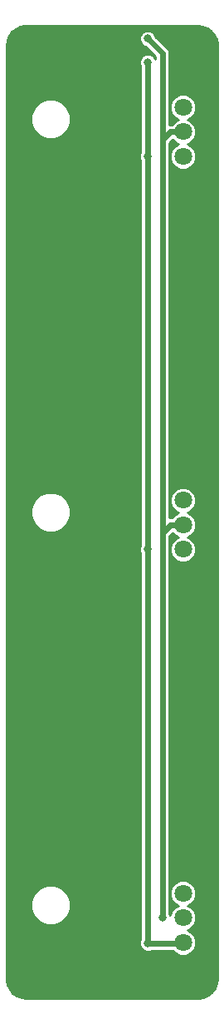
<source format=gbl>
G04 #@! TF.GenerationSoftware,KiCad,Pcbnew,(5.0.2)-1*
G04 #@! TF.CreationDate,2019-10-12T15:34:41+09:00*
G04 #@! TF.ProjectId,relay,72656c61-792e-46b6-9963-61645f706362,rev?*
G04 #@! TF.SameCoordinates,Original*
G04 #@! TF.FileFunction,Copper,L2,Bot*
G04 #@! TF.FilePolarity,Positive*
%FSLAX46Y46*%
G04 Gerber Fmt 4.6, Leading zero omitted, Abs format (unit mm)*
G04 Created by KiCad (PCBNEW (5.0.2)-1) date 2019/10/12 15:34:41*
%MOMM*%
%LPD*%
G01*
G04 APERTURE LIST*
G04 #@! TA.AperFunction,ComponentPad*
%ADD10R,1.800000X1.800000*%
G04 #@! TD*
G04 #@! TA.AperFunction,ComponentPad*
%ADD11C,1.800000*%
G04 #@! TD*
G04 #@! TA.AperFunction,ViaPad*
%ADD12C,0.800000*%
G04 #@! TD*
G04 #@! TA.AperFunction,Conductor*
%ADD13C,0.600000*%
G04 #@! TD*
G04 #@! TA.AperFunction,Conductor*
%ADD14C,0.254000*%
G04 #@! TD*
G04 APERTURE END LIST*
D10*
G04 #@! TO.P,J1,1*
G04 #@! TO.N,GND*
X158500000Y-91300000D03*
D11*
G04 #@! TO.P,J1,2*
G04 #@! TO.N,VCC*
X158500000Y-93800000D03*
G04 #@! TO.P,J1,3*
G04 #@! TO.N,/CANH*
X158500000Y-96300000D03*
G04 #@! TO.P,J1,4*
G04 #@! TO.N,/CANL*
X158500000Y-98800000D03*
G04 #@! TD*
G04 #@! TO.P,J2,4*
G04 #@! TO.N,/CANL*
X158500000Y-58800000D03*
G04 #@! TO.P,J2,3*
G04 #@! TO.N,/CANH*
X158500000Y-56300000D03*
G04 #@! TO.P,J2,2*
G04 #@! TO.N,VCC*
X158500000Y-53800000D03*
D10*
G04 #@! TO.P,J2,1*
G04 #@! TO.N,GND*
X158500000Y-51300000D03*
G04 #@! TD*
G04 #@! TO.P,J3,1*
G04 #@! TO.N,GND*
X158500000Y-131300000D03*
D11*
G04 #@! TO.P,J3,2*
G04 #@! TO.N,VCC*
X158500000Y-133800000D03*
G04 #@! TO.P,J3,3*
G04 #@! TO.N,/CANH*
X158500000Y-136300000D03*
G04 #@! TO.P,J3,4*
G04 #@! TO.N,/CANL*
X158500000Y-138800000D03*
G04 #@! TD*
D12*
G04 #@! TO.N,GND*
X142500000Y-140000000D03*
X142500000Y-137500000D03*
X142500000Y-135000000D03*
X142500000Y-132500000D03*
X142500000Y-130000000D03*
X142500000Y-127500000D03*
X145000000Y-130000000D03*
X145000000Y-127500000D03*
X145000000Y-125000000D03*
X142500000Y-125000000D03*
X142500000Y-122500000D03*
X145000000Y-122500000D03*
X145000000Y-120000000D03*
X142500000Y-120000000D03*
X142500000Y-117500000D03*
X145000000Y-117500000D03*
X145000000Y-115000000D03*
X142500000Y-115000000D03*
X142500000Y-112500000D03*
X145000000Y-112500000D03*
X145000000Y-110000000D03*
X142500000Y-110000000D03*
X142500000Y-107500000D03*
X145000000Y-107500000D03*
X145000000Y-105000000D03*
X142500000Y-105000000D03*
X142500000Y-102500000D03*
X145000000Y-102500000D03*
X145000000Y-100000000D03*
X142500000Y-100000000D03*
X142500000Y-97500000D03*
X145000000Y-97500000D03*
X145000000Y-132500000D03*
X145000000Y-70000000D03*
X145000000Y-75000000D03*
X145000000Y-62500000D03*
X145000000Y-82500000D03*
X142500000Y-80000000D03*
X145000000Y-60000000D03*
X142500000Y-75000000D03*
X142500000Y-72500000D03*
X145000000Y-72500000D03*
X142500000Y-85000000D03*
X145000000Y-87500000D03*
X145000000Y-80000000D03*
X145000000Y-85000000D03*
X145000000Y-77500000D03*
X145000000Y-65000000D03*
X142500000Y-62500000D03*
X142500000Y-77500000D03*
X142500000Y-90000000D03*
X142500000Y-82500000D03*
X142500000Y-87500000D03*
X145000000Y-67500000D03*
X142500000Y-70000000D03*
X142500000Y-65000000D03*
X145000000Y-90000000D03*
X142500000Y-67500000D03*
X142500000Y-92500000D03*
X142500000Y-60000000D03*
X145000000Y-57500000D03*
X145000000Y-92500000D03*
X142500000Y-57500000D03*
X152500000Y-87500000D03*
X152500000Y-65000000D03*
X152500000Y-62500000D03*
X152500000Y-75000000D03*
X152500000Y-70000000D03*
X152500000Y-82500000D03*
X152500000Y-67500000D03*
X152500000Y-85000000D03*
X152500000Y-72500000D03*
X152500000Y-77500000D03*
X152500000Y-80000000D03*
X152500000Y-60000000D03*
X152500000Y-57500000D03*
X152500000Y-90000000D03*
X152500000Y-110000000D03*
X152500000Y-107500000D03*
X152500000Y-105000000D03*
X152500000Y-102500000D03*
X152500000Y-122500000D03*
X152500000Y-112500000D03*
X152500000Y-125000000D03*
X152500000Y-117500000D03*
X152500000Y-127500000D03*
X152500000Y-115000000D03*
X152500000Y-120000000D03*
X152500000Y-130000000D03*
X152500000Y-100000000D03*
X152500000Y-97500000D03*
X152500000Y-137500000D03*
X157500000Y-47500000D03*
X157500000Y-62500000D03*
X157500000Y-65000000D03*
X157500000Y-67500000D03*
X157500000Y-70000000D03*
X157500000Y-72500000D03*
X157500000Y-75000000D03*
X157500000Y-77500000D03*
X157500000Y-80000000D03*
X157500000Y-82500000D03*
X157500000Y-85000000D03*
X157500000Y-87500000D03*
X157500000Y-102500000D03*
X157500000Y-105000000D03*
X157500000Y-107500000D03*
X157500000Y-110000000D03*
X157500000Y-112500000D03*
X157500000Y-115000000D03*
X157500000Y-117500000D03*
X157500000Y-120000000D03*
X157500000Y-122500000D03*
X157500000Y-125000000D03*
X157500000Y-127500000D03*
G04 #@! TO.N,/CANH*
X156400000Y-136300000D03*
X154900000Y-46800000D03*
G04 #@! TO.N,/CANL*
X154900000Y-138900000D03*
X154900000Y-49200000D03*
X154900000Y-98800000D03*
X154900000Y-58800000D03*
G04 #@! TD*
D13*
G04 #@! TO.N,/CANH*
X156400000Y-136300000D02*
X156400000Y-135734315D01*
X156400000Y-135734315D02*
X156400000Y-120000000D01*
X156400000Y-120000000D02*
X156400000Y-97600000D01*
X156400000Y-97600000D02*
X156400000Y-58400000D01*
X156400000Y-48300000D02*
X154900000Y-46800000D01*
X156400000Y-97127208D02*
X156400000Y-97600000D01*
X157227208Y-96300000D02*
X156400000Y-97127208D01*
X158500000Y-96300000D02*
X157227208Y-96300000D01*
X156400000Y-57127208D02*
X156400000Y-57300000D01*
X157227208Y-56300000D02*
X156400000Y-57127208D01*
X158500000Y-56300000D02*
X157227208Y-56300000D01*
X156400000Y-58400000D02*
X156400000Y-57300000D01*
X156400000Y-57300000D02*
X156400000Y-48300000D01*
G04 #@! TO.N,/CANL*
X158400000Y-138900000D02*
X158500000Y-138800000D01*
X154900000Y-138900000D02*
X158400000Y-138900000D01*
X154900000Y-138900000D02*
X154900000Y-49200000D01*
G04 #@! TD*
D14*
G04 #@! TO.N,GND*
G36*
X160495891Y-45568636D02*
X160960621Y-45752635D01*
X161364992Y-46046427D01*
X161683599Y-46431556D01*
X161896416Y-46883818D01*
X161994556Y-47398282D01*
X161998000Y-47507875D01*
X161998001Y-142468406D01*
X161931364Y-142995890D01*
X161747364Y-143460622D01*
X161453571Y-143864994D01*
X161068442Y-144183600D01*
X160616183Y-144396416D01*
X160101718Y-144494556D01*
X159992124Y-144498000D01*
X142531586Y-144498000D01*
X142004110Y-144431364D01*
X141539378Y-144247364D01*
X141135006Y-143953571D01*
X140816400Y-143568442D01*
X140603584Y-143116183D01*
X140505444Y-142601718D01*
X140502000Y-142492124D01*
X140502000Y-134596805D01*
X142973000Y-134596805D01*
X142973000Y-135403195D01*
X143281593Y-136148203D01*
X143851797Y-136718407D01*
X144596805Y-137027000D01*
X145403195Y-137027000D01*
X146148203Y-136718407D01*
X146718407Y-136148203D01*
X147027000Y-135403195D01*
X147027000Y-134596805D01*
X146718407Y-133851797D01*
X146148203Y-133281593D01*
X145403195Y-132973000D01*
X144596805Y-132973000D01*
X143851797Y-133281593D01*
X143281593Y-133851797D01*
X142973000Y-134596805D01*
X140502000Y-134596805D01*
X140502000Y-94596805D01*
X142973000Y-94596805D01*
X142973000Y-95403195D01*
X143281593Y-96148203D01*
X143851797Y-96718407D01*
X144596805Y-97027000D01*
X145403195Y-97027000D01*
X146148203Y-96718407D01*
X146718407Y-96148203D01*
X147027000Y-95403195D01*
X147027000Y-94596805D01*
X146718407Y-93851797D01*
X146148203Y-93281593D01*
X145403195Y-92973000D01*
X144596805Y-92973000D01*
X143851797Y-93281593D01*
X143281593Y-93851797D01*
X142973000Y-94596805D01*
X140502000Y-94596805D01*
X140502000Y-54596805D01*
X142973000Y-54596805D01*
X142973000Y-55403195D01*
X143281593Y-56148203D01*
X143851797Y-56718407D01*
X144596805Y-57027000D01*
X145403195Y-57027000D01*
X146148203Y-56718407D01*
X146718407Y-56148203D01*
X147027000Y-55403195D01*
X147027000Y-54596805D01*
X146718407Y-53851797D01*
X146148203Y-53281593D01*
X145403195Y-52973000D01*
X144596805Y-52973000D01*
X143851797Y-53281593D01*
X143281593Y-53851797D01*
X142973000Y-54596805D01*
X140502000Y-54596805D01*
X140502000Y-47531586D01*
X140568636Y-47004109D01*
X140714578Y-46635499D01*
X154073000Y-46635499D01*
X154073000Y-46964501D01*
X154198903Y-47268458D01*
X154431542Y-47501097D01*
X154672966Y-47601098D01*
X155673001Y-48601134D01*
X155673001Y-48905134D01*
X155601097Y-48731542D01*
X155368458Y-48498903D01*
X155064501Y-48373000D01*
X154735499Y-48373000D01*
X154431542Y-48498903D01*
X154198903Y-48731542D01*
X154073000Y-49035499D01*
X154073000Y-49364501D01*
X154173001Y-49605925D01*
X154173001Y-58394075D01*
X154073000Y-58635499D01*
X154073000Y-58964501D01*
X154173001Y-59205925D01*
X154173000Y-98394076D01*
X154073000Y-98635499D01*
X154073000Y-98964501D01*
X154173000Y-99205924D01*
X154173000Y-138494077D01*
X154073000Y-138735499D01*
X154073000Y-139064501D01*
X154198903Y-139368458D01*
X154431542Y-139601097D01*
X154735499Y-139727000D01*
X155064501Y-139727000D01*
X155305923Y-139627000D01*
X157450339Y-139627000D01*
X157748315Y-139924976D01*
X158236043Y-140127000D01*
X158763957Y-140127000D01*
X159251685Y-139924976D01*
X159624976Y-139551685D01*
X159827000Y-139063957D01*
X159827000Y-138536043D01*
X159624976Y-138048315D01*
X159251685Y-137675024D01*
X158949851Y-137550000D01*
X159251685Y-137424976D01*
X159624976Y-137051685D01*
X159827000Y-136563957D01*
X159827000Y-136036043D01*
X159624976Y-135548315D01*
X159251685Y-135175024D01*
X158949851Y-135050000D01*
X159251685Y-134924976D01*
X159624976Y-134551685D01*
X159827000Y-134063957D01*
X159827000Y-133536043D01*
X159624976Y-133048315D01*
X159251685Y-132675024D01*
X158763957Y-132473000D01*
X158236043Y-132473000D01*
X157748315Y-132675024D01*
X157375024Y-133048315D01*
X157173000Y-133536043D01*
X157173000Y-134063957D01*
X157375024Y-134551685D01*
X157748315Y-134924976D01*
X158050149Y-135050000D01*
X157748315Y-135175024D01*
X157375024Y-135548315D01*
X157179402Y-136020587D01*
X157127000Y-135894077D01*
X157127000Y-97428340D01*
X157439340Y-97116001D01*
X157748315Y-97424976D01*
X158050149Y-97550000D01*
X157748315Y-97675024D01*
X157375024Y-98048315D01*
X157173000Y-98536043D01*
X157173000Y-99063957D01*
X157375024Y-99551685D01*
X157748315Y-99924976D01*
X158236043Y-100127000D01*
X158763957Y-100127000D01*
X159251685Y-99924976D01*
X159624976Y-99551685D01*
X159827000Y-99063957D01*
X159827000Y-98536043D01*
X159624976Y-98048315D01*
X159251685Y-97675024D01*
X158949851Y-97550000D01*
X159251685Y-97424976D01*
X159624976Y-97051685D01*
X159827000Y-96563957D01*
X159827000Y-96036043D01*
X159624976Y-95548315D01*
X159251685Y-95175024D01*
X158949851Y-95050000D01*
X159251685Y-94924976D01*
X159624976Y-94551685D01*
X159827000Y-94063957D01*
X159827000Y-93536043D01*
X159624976Y-93048315D01*
X159251685Y-92675024D01*
X158763957Y-92473000D01*
X158236043Y-92473000D01*
X157748315Y-92675024D01*
X157375024Y-93048315D01*
X157173000Y-93536043D01*
X157173000Y-94063957D01*
X157375024Y-94551685D01*
X157748315Y-94924976D01*
X158050149Y-95050000D01*
X157748315Y-95175024D01*
X157375024Y-95548315D01*
X157364799Y-95573000D01*
X157298803Y-95573000D01*
X157227208Y-95558759D01*
X157155613Y-95573000D01*
X157155609Y-95573000D01*
X157127000Y-95578691D01*
X157127000Y-57428340D01*
X157439340Y-57116001D01*
X157748315Y-57424976D01*
X158050149Y-57550000D01*
X157748315Y-57675024D01*
X157375024Y-58048315D01*
X157173000Y-58536043D01*
X157173000Y-59063957D01*
X157375024Y-59551685D01*
X157748315Y-59924976D01*
X158236043Y-60127000D01*
X158763957Y-60127000D01*
X159251685Y-59924976D01*
X159624976Y-59551685D01*
X159827000Y-59063957D01*
X159827000Y-58536043D01*
X159624976Y-58048315D01*
X159251685Y-57675024D01*
X158949851Y-57550000D01*
X159251685Y-57424976D01*
X159624976Y-57051685D01*
X159827000Y-56563957D01*
X159827000Y-56036043D01*
X159624976Y-55548315D01*
X159251685Y-55175024D01*
X158949851Y-55050000D01*
X159251685Y-54924976D01*
X159624976Y-54551685D01*
X159827000Y-54063957D01*
X159827000Y-53536043D01*
X159624976Y-53048315D01*
X159251685Y-52675024D01*
X158763957Y-52473000D01*
X158236043Y-52473000D01*
X157748315Y-52675024D01*
X157375024Y-53048315D01*
X157173000Y-53536043D01*
X157173000Y-54063957D01*
X157375024Y-54551685D01*
X157748315Y-54924976D01*
X158050149Y-55050000D01*
X157748315Y-55175024D01*
X157375024Y-55548315D01*
X157364799Y-55573000D01*
X157298803Y-55573000D01*
X157227208Y-55558759D01*
X157155613Y-55573000D01*
X157155609Y-55573000D01*
X157127000Y-55578691D01*
X157127000Y-48371593D01*
X157141241Y-48299999D01*
X157127000Y-48228405D01*
X157127000Y-48228401D01*
X157084818Y-48016339D01*
X156924137Y-47775863D01*
X156863438Y-47735305D01*
X155701098Y-46572966D01*
X155601097Y-46331542D01*
X155368458Y-46098903D01*
X155064501Y-45973000D01*
X154735499Y-45973000D01*
X154431542Y-46098903D01*
X154198903Y-46331542D01*
X154073000Y-46635499D01*
X140714578Y-46635499D01*
X140752635Y-46539379D01*
X141046427Y-46135008D01*
X141431556Y-45816401D01*
X141883818Y-45603584D01*
X142398282Y-45505444D01*
X142507875Y-45502000D01*
X159968414Y-45502000D01*
X160495891Y-45568636D01*
X160495891Y-45568636D01*
G37*
X160495891Y-45568636D02*
X160960621Y-45752635D01*
X161364992Y-46046427D01*
X161683599Y-46431556D01*
X161896416Y-46883818D01*
X161994556Y-47398282D01*
X161998000Y-47507875D01*
X161998001Y-142468406D01*
X161931364Y-142995890D01*
X161747364Y-143460622D01*
X161453571Y-143864994D01*
X161068442Y-144183600D01*
X160616183Y-144396416D01*
X160101718Y-144494556D01*
X159992124Y-144498000D01*
X142531586Y-144498000D01*
X142004110Y-144431364D01*
X141539378Y-144247364D01*
X141135006Y-143953571D01*
X140816400Y-143568442D01*
X140603584Y-143116183D01*
X140505444Y-142601718D01*
X140502000Y-142492124D01*
X140502000Y-134596805D01*
X142973000Y-134596805D01*
X142973000Y-135403195D01*
X143281593Y-136148203D01*
X143851797Y-136718407D01*
X144596805Y-137027000D01*
X145403195Y-137027000D01*
X146148203Y-136718407D01*
X146718407Y-136148203D01*
X147027000Y-135403195D01*
X147027000Y-134596805D01*
X146718407Y-133851797D01*
X146148203Y-133281593D01*
X145403195Y-132973000D01*
X144596805Y-132973000D01*
X143851797Y-133281593D01*
X143281593Y-133851797D01*
X142973000Y-134596805D01*
X140502000Y-134596805D01*
X140502000Y-94596805D01*
X142973000Y-94596805D01*
X142973000Y-95403195D01*
X143281593Y-96148203D01*
X143851797Y-96718407D01*
X144596805Y-97027000D01*
X145403195Y-97027000D01*
X146148203Y-96718407D01*
X146718407Y-96148203D01*
X147027000Y-95403195D01*
X147027000Y-94596805D01*
X146718407Y-93851797D01*
X146148203Y-93281593D01*
X145403195Y-92973000D01*
X144596805Y-92973000D01*
X143851797Y-93281593D01*
X143281593Y-93851797D01*
X142973000Y-94596805D01*
X140502000Y-94596805D01*
X140502000Y-54596805D01*
X142973000Y-54596805D01*
X142973000Y-55403195D01*
X143281593Y-56148203D01*
X143851797Y-56718407D01*
X144596805Y-57027000D01*
X145403195Y-57027000D01*
X146148203Y-56718407D01*
X146718407Y-56148203D01*
X147027000Y-55403195D01*
X147027000Y-54596805D01*
X146718407Y-53851797D01*
X146148203Y-53281593D01*
X145403195Y-52973000D01*
X144596805Y-52973000D01*
X143851797Y-53281593D01*
X143281593Y-53851797D01*
X142973000Y-54596805D01*
X140502000Y-54596805D01*
X140502000Y-47531586D01*
X140568636Y-47004109D01*
X140714578Y-46635499D01*
X154073000Y-46635499D01*
X154073000Y-46964501D01*
X154198903Y-47268458D01*
X154431542Y-47501097D01*
X154672966Y-47601098D01*
X155673001Y-48601134D01*
X155673001Y-48905134D01*
X155601097Y-48731542D01*
X155368458Y-48498903D01*
X155064501Y-48373000D01*
X154735499Y-48373000D01*
X154431542Y-48498903D01*
X154198903Y-48731542D01*
X154073000Y-49035499D01*
X154073000Y-49364501D01*
X154173001Y-49605925D01*
X154173001Y-58394075D01*
X154073000Y-58635499D01*
X154073000Y-58964501D01*
X154173001Y-59205925D01*
X154173000Y-98394076D01*
X154073000Y-98635499D01*
X154073000Y-98964501D01*
X154173000Y-99205924D01*
X154173000Y-138494077D01*
X154073000Y-138735499D01*
X154073000Y-139064501D01*
X154198903Y-139368458D01*
X154431542Y-139601097D01*
X154735499Y-139727000D01*
X155064501Y-139727000D01*
X155305923Y-139627000D01*
X157450339Y-139627000D01*
X157748315Y-139924976D01*
X158236043Y-140127000D01*
X158763957Y-140127000D01*
X159251685Y-139924976D01*
X159624976Y-139551685D01*
X159827000Y-139063957D01*
X159827000Y-138536043D01*
X159624976Y-138048315D01*
X159251685Y-137675024D01*
X158949851Y-137550000D01*
X159251685Y-137424976D01*
X159624976Y-137051685D01*
X159827000Y-136563957D01*
X159827000Y-136036043D01*
X159624976Y-135548315D01*
X159251685Y-135175024D01*
X158949851Y-135050000D01*
X159251685Y-134924976D01*
X159624976Y-134551685D01*
X159827000Y-134063957D01*
X159827000Y-133536043D01*
X159624976Y-133048315D01*
X159251685Y-132675024D01*
X158763957Y-132473000D01*
X158236043Y-132473000D01*
X157748315Y-132675024D01*
X157375024Y-133048315D01*
X157173000Y-133536043D01*
X157173000Y-134063957D01*
X157375024Y-134551685D01*
X157748315Y-134924976D01*
X158050149Y-135050000D01*
X157748315Y-135175024D01*
X157375024Y-135548315D01*
X157179402Y-136020587D01*
X157127000Y-135894077D01*
X157127000Y-97428340D01*
X157439340Y-97116001D01*
X157748315Y-97424976D01*
X158050149Y-97550000D01*
X157748315Y-97675024D01*
X157375024Y-98048315D01*
X157173000Y-98536043D01*
X157173000Y-99063957D01*
X157375024Y-99551685D01*
X157748315Y-99924976D01*
X158236043Y-100127000D01*
X158763957Y-100127000D01*
X159251685Y-99924976D01*
X159624976Y-99551685D01*
X159827000Y-99063957D01*
X159827000Y-98536043D01*
X159624976Y-98048315D01*
X159251685Y-97675024D01*
X158949851Y-97550000D01*
X159251685Y-97424976D01*
X159624976Y-97051685D01*
X159827000Y-96563957D01*
X159827000Y-96036043D01*
X159624976Y-95548315D01*
X159251685Y-95175024D01*
X158949851Y-95050000D01*
X159251685Y-94924976D01*
X159624976Y-94551685D01*
X159827000Y-94063957D01*
X159827000Y-93536043D01*
X159624976Y-93048315D01*
X159251685Y-92675024D01*
X158763957Y-92473000D01*
X158236043Y-92473000D01*
X157748315Y-92675024D01*
X157375024Y-93048315D01*
X157173000Y-93536043D01*
X157173000Y-94063957D01*
X157375024Y-94551685D01*
X157748315Y-94924976D01*
X158050149Y-95050000D01*
X157748315Y-95175024D01*
X157375024Y-95548315D01*
X157364799Y-95573000D01*
X157298803Y-95573000D01*
X157227208Y-95558759D01*
X157155613Y-95573000D01*
X157155609Y-95573000D01*
X157127000Y-95578691D01*
X157127000Y-57428340D01*
X157439340Y-57116001D01*
X157748315Y-57424976D01*
X158050149Y-57550000D01*
X157748315Y-57675024D01*
X157375024Y-58048315D01*
X157173000Y-58536043D01*
X157173000Y-59063957D01*
X157375024Y-59551685D01*
X157748315Y-59924976D01*
X158236043Y-60127000D01*
X158763957Y-60127000D01*
X159251685Y-59924976D01*
X159624976Y-59551685D01*
X159827000Y-59063957D01*
X159827000Y-58536043D01*
X159624976Y-58048315D01*
X159251685Y-57675024D01*
X158949851Y-57550000D01*
X159251685Y-57424976D01*
X159624976Y-57051685D01*
X159827000Y-56563957D01*
X159827000Y-56036043D01*
X159624976Y-55548315D01*
X159251685Y-55175024D01*
X158949851Y-55050000D01*
X159251685Y-54924976D01*
X159624976Y-54551685D01*
X159827000Y-54063957D01*
X159827000Y-53536043D01*
X159624976Y-53048315D01*
X159251685Y-52675024D01*
X158763957Y-52473000D01*
X158236043Y-52473000D01*
X157748315Y-52675024D01*
X157375024Y-53048315D01*
X157173000Y-53536043D01*
X157173000Y-54063957D01*
X157375024Y-54551685D01*
X157748315Y-54924976D01*
X158050149Y-55050000D01*
X157748315Y-55175024D01*
X157375024Y-55548315D01*
X157364799Y-55573000D01*
X157298803Y-55573000D01*
X157227208Y-55558759D01*
X157155613Y-55573000D01*
X157155609Y-55573000D01*
X157127000Y-55578691D01*
X157127000Y-48371593D01*
X157141241Y-48299999D01*
X157127000Y-48228405D01*
X157127000Y-48228401D01*
X157084818Y-48016339D01*
X156924137Y-47775863D01*
X156863438Y-47735305D01*
X155701098Y-46572966D01*
X155601097Y-46331542D01*
X155368458Y-46098903D01*
X155064501Y-45973000D01*
X154735499Y-45973000D01*
X154431542Y-46098903D01*
X154198903Y-46331542D01*
X154073000Y-46635499D01*
X140714578Y-46635499D01*
X140752635Y-46539379D01*
X141046427Y-46135008D01*
X141431556Y-45816401D01*
X141883818Y-45603584D01*
X142398282Y-45505444D01*
X142507875Y-45502000D01*
X159968414Y-45502000D01*
X160495891Y-45568636D01*
G04 #@! TD*
M02*

</source>
